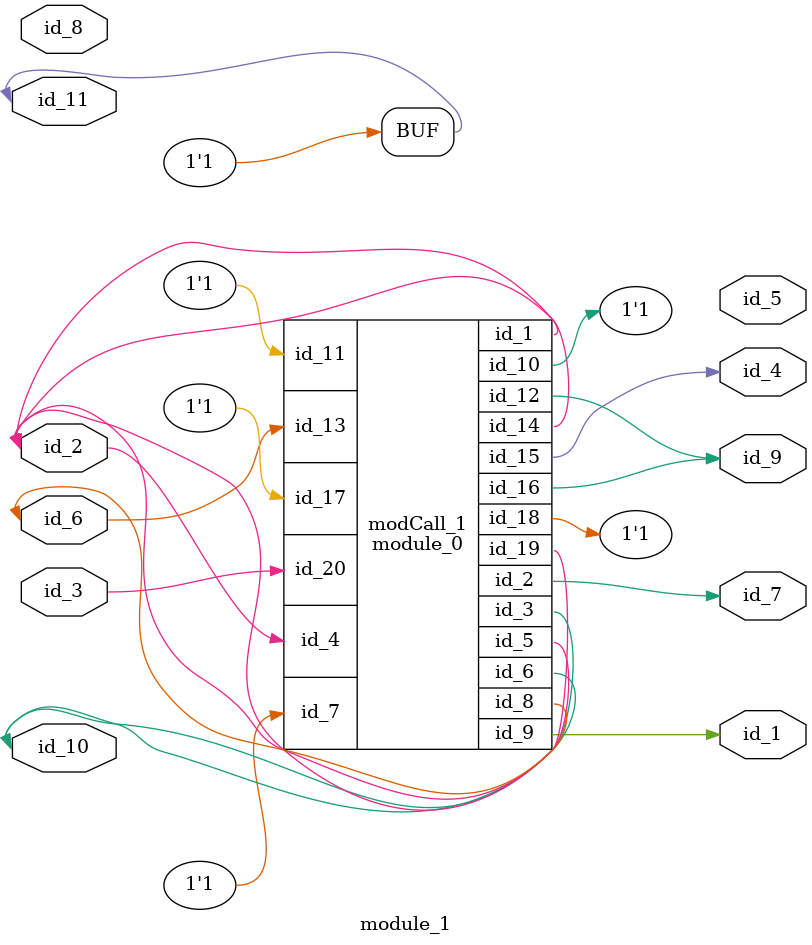
<source format=v>
module module_0 (
    id_1,
    id_2,
    id_3,
    id_4,
    id_5,
    id_6,
    id_7,
    id_8,
    id_9,
    id_10,
    id_11,
    id_12,
    id_13,
    id_14,
    id_15,
    id_16,
    id_17,
    id_18,
    id_19,
    id_20
);
  input wire id_20;
  inout wire id_19;
  inout wire id_18;
  input wire id_17;
  output wire id_16;
  output wire id_15;
  inout wire id_14;
  input wire id_13;
  output wire id_12;
  input wire id_11;
  output wire id_10;
  output wire id_9;
  inout wire id_8;
  input wire id_7;
  output wire id_6;
  inout wire id_5;
  input wire id_4;
  inout wire id_3;
  output wire id_2;
  inout wire id_1;
  tri  id_21 = 1, id_22;
  wire id_23;
  wire id_24;
endmodule
module module_1 (
    id_1,
    id_2,
    id_3,
    id_4,
    id_5,
    id_6,
    id_7,
    id_8,
    id_9,
    id_10,
    id_11
);
  inout wire id_11;
  inout wire id_10;
  output wire id_9;
  input wire id_8;
  output wire id_7;
  inout wire id_6;
  output wire id_5;
  output wire id_4;
  input wire id_3;
  inout wire id_2;
  output wire id_1;
  assign id_11 = 1;
  module_0 modCall_1 (
      id_2,
      id_7,
      id_10,
      id_2,
      id_2,
      id_10,
      id_11,
      id_6,
      id_1,
      id_11,
      id_11,
      id_9,
      id_6,
      id_2,
      id_4,
      id_9,
      id_11,
      id_11,
      id_2,
      id_3
  );
endmodule

</source>
